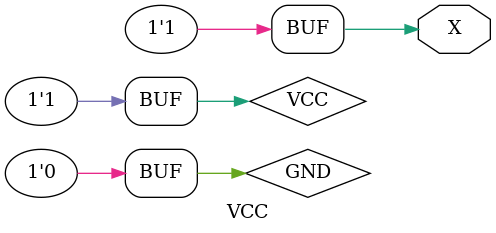
<source format=v>
module VCC (X); 
output X; 
 
supply0 GND; 
supply1 VCC; 

assign X = VCC; 

endmodule

</source>
